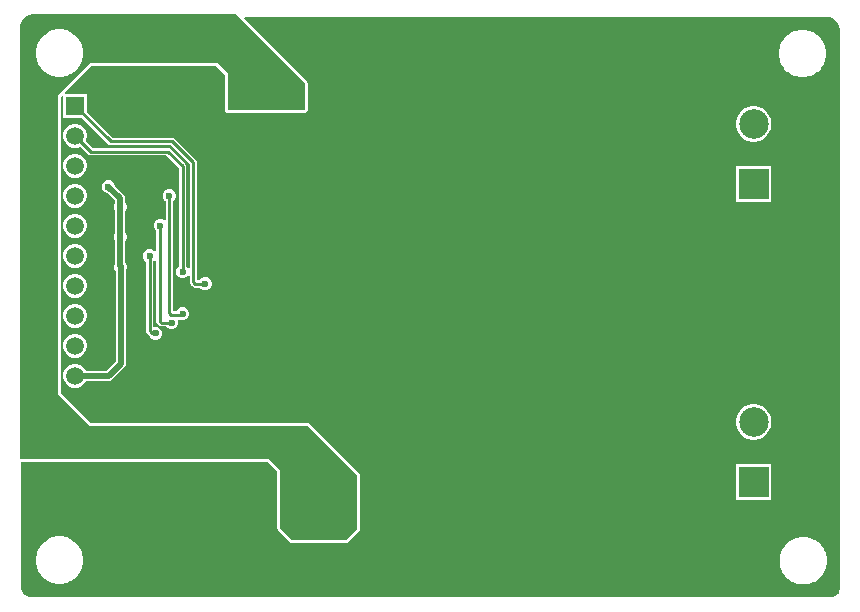
<source format=gbl>
G04*
G04 #@! TF.GenerationSoftware,Altium Limited,Altium Designer,24.10.1 (45)*
G04*
G04 Layer_Physical_Order=2*
G04 Layer_Color=16711680*
%FSLAX44Y44*%
%MOMM*%
G71*
G04*
G04 #@! TF.SameCoordinates,D9CC4E6A-2C68-4F5F-81DB-F534FF38BD19*
G04*
G04*
G04 #@! TF.FilePolarity,Positive*
G04*
G01*
G75*
%ADD14C,0.2540*%
%ADD38C,0.6000*%
%ADD44C,1.5000*%
%ADD45R,1.5000X1.5000*%
%ADD46R,2.5000X2.5000*%
%ADD47C,2.5000*%
%ADD48C,0.5080*%
G36*
X190024Y492295D02*
X190024Y492295D01*
X242651Y439668D01*
X242784Y439468D01*
X242831Y439233D01*
Y416743D01*
X242789Y416530D01*
X242576Y416488D01*
X178086D01*
X177873Y416530D01*
X177831Y416743D01*
Y447590D01*
X169068Y456353D01*
X61564D01*
X38371Y433161D01*
X33707Y428496D01*
Y427424D01*
Y176793D01*
Y175714D01*
X34473Y174954D01*
X60264Y149381D01*
X61028Y148624D01*
X62096Y148625D01*
X62096D01*
X245626Y148844D01*
X245853Y148797D01*
X245853Y148797D01*
X246045Y148669D01*
X287095Y107115D01*
X287227Y106915D01*
X287274Y106679D01*
Y61977D01*
X287227Y61741D01*
X287094Y61542D01*
X278056Y52504D01*
X277857Y52371D01*
X277621Y52324D01*
X232665D01*
X232429Y52371D01*
X232230Y52504D01*
X222430Y62304D01*
X222297Y62503D01*
X222250Y62739D01*
Y110687D01*
Y111760D01*
X213108Y120902D01*
X2361D01*
Y486916D01*
Y487967D01*
X2771Y490028D01*
X3575Y491969D01*
X4743Y493716D01*
X6229Y495202D01*
X7976Y496370D01*
X9917Y497174D01*
X11978Y497584D01*
X184735D01*
X190024Y492295D01*
D02*
G37*
G36*
X684530Y495300D02*
X685656Y495300D01*
X687864Y494861D01*
X689944Y493999D01*
X691816Y492748D01*
X693408Y491156D01*
X694659Y489284D01*
X695521Y487204D01*
X695950Y485046D01*
X695960Y483873D01*
Y483870D01*
X695960D01*
X695960Y483870D01*
X695960Y11430D01*
X695960Y10680D01*
X695667Y9207D01*
X695093Y7821D01*
X694259Y6572D01*
X693197Y5511D01*
X691949Y4677D01*
X690563Y4103D01*
X689090Y3810D01*
X688340Y3810D01*
X11699D01*
X9736Y4200D01*
X7887Y4966D01*
X6223Y6078D01*
X4808Y7493D01*
X3696Y9157D01*
X2930Y11006D01*
X2540Y12969D01*
Y13970D01*
Y118312D01*
X36268D01*
Y118310D01*
X66348D01*
Y118312D01*
X212035D01*
X219660Y110687D01*
Y62739D01*
X219710Y62489D01*
X219710Y62234D01*
X219757Y61998D01*
X219855Y61762D01*
X219857Y61748D01*
X219866Y61736D01*
X220035Y61327D01*
X220038Y61313D01*
X220046Y61300D01*
X220144Y61065D01*
X220277Y60865D01*
X220457Y60685D01*
X220599Y60472D01*
X230398Y50673D01*
X230611Y50531D01*
X230791Y50351D01*
X230991Y50218D01*
X230991Y50217D01*
X231226Y50120D01*
X231239Y50112D01*
X231253Y50109D01*
X231662Y49940D01*
X231674Y49931D01*
X231688Y49928D01*
X231924Y49831D01*
X232160Y49784D01*
X232415D01*
X232665Y49734D01*
X277621D01*
X277871Y49784D01*
X278126Y49784D01*
X278362Y49831D01*
X278598Y49928D01*
X278612Y49931D01*
X278624Y49940D01*
X279033Y50109D01*
X279047Y50112D01*
X279060Y50120D01*
X279295Y50217D01*
X279495Y50351D01*
X279675Y50531D01*
X279888Y50673D01*
X288925Y59710D01*
X289067Y59922D01*
X289247Y60103D01*
X289380Y60303D01*
X289380Y60303D01*
X289478Y60538D01*
X289486Y60551D01*
X289489Y60565D01*
X289658Y60974D01*
X289667Y60986D01*
X289669Y61000D01*
X289767Y61236D01*
X289814Y61472D01*
Y61727D01*
X289864Y61977D01*
Y106679D01*
X289814Y106929D01*
Y107184D01*
X289767Y107420D01*
X289669Y107656D01*
X289667Y107670D01*
X289659Y107682D01*
X289576Y107881D01*
X289496Y108077D01*
X289493Y108092D01*
X289485Y108104D01*
X289389Y108340D01*
X289257Y108541D01*
X289078Y108722D01*
X288937Y108935D01*
X247887Y150489D01*
X247686Y150625D01*
X247684Y150628D01*
X247684Y150628D01*
X247664Y150642D01*
X247481Y150824D01*
X247289Y150952D01*
X247069Y151043D01*
X247051Y151055D01*
X247042Y151057D01*
X246844Y151190D01*
X246618Y151235D01*
X246614Y151237D01*
X246592Y151242D01*
X246373Y151334D01*
X246147Y151381D01*
X245882Y151382D01*
X245623Y151433D01*
X62093Y151215D01*
X62087Y151220D01*
X62087Y151220D01*
X36297Y176793D01*
X36297Y176793D01*
Y427424D01*
X37301Y428428D01*
X38474Y427942D01*
Y410076D01*
X54159D01*
X76543Y387692D01*
X77551Y387019D01*
X78740Y386782D01*
X129777D01*
X145482Y371077D01*
Y283112D01*
X145084Y282901D01*
X144212Y282722D01*
X142838Y284097D01*
X142808Y284109D01*
Y368808D01*
X142571Y369997D01*
X141897Y371006D01*
X129452Y383451D01*
X128443Y384125D01*
X127254Y384362D01*
X63263D01*
X57473Y390153D01*
X57870Y390841D01*
X58554Y393394D01*
Y396038D01*
X57870Y398591D01*
X56548Y400881D01*
X54679Y402750D01*
X52389Y404072D01*
X49836Y404756D01*
X47192D01*
X44639Y404072D01*
X42349Y402750D01*
X40480Y400881D01*
X39158Y398591D01*
X38474Y396038D01*
Y393394D01*
X39158Y390841D01*
X40480Y388551D01*
X42349Y386682D01*
X44639Y385360D01*
X47192Y384676D01*
X49836D01*
X52389Y385360D01*
X53078Y385757D01*
X59778Y379057D01*
X60787Y378383D01*
X61976Y378146D01*
X125967D01*
X136592Y367521D01*
Y284109D01*
X136562Y284097D01*
X135003Y282538D01*
X134160Y280502D01*
Y278298D01*
X135003Y276262D01*
X136562Y274703D01*
X138598Y273860D01*
X140802D01*
X142838Y274703D01*
X144212Y276078D01*
X145084Y275899D01*
X145482Y275688D01*
Y270796D01*
X145719Y269607D01*
X146392Y268598D01*
X147880Y267111D01*
X148889Y266437D01*
X150078Y266200D01*
X154041D01*
X154053Y266170D01*
X155612Y264611D01*
X157648Y263768D01*
X159852D01*
X161888Y264611D01*
X163447Y266170D01*
X164290Y268206D01*
Y270410D01*
X163447Y272446D01*
X161888Y274005D01*
X159852Y274848D01*
X157648D01*
X155612Y274005D01*
X154053Y272446D01*
X154041Y272416D01*
X151698D01*
Y372364D01*
X151461Y373553D01*
X150787Y374562D01*
X133261Y392088D01*
X132253Y392761D01*
X131064Y392998D01*
X80027D01*
X58554Y414471D01*
Y430156D01*
X40688D01*
X40347Y430980D01*
X40299Y431426D01*
X62636Y453763D01*
X167995D01*
X175241Y446517D01*
Y416743D01*
X175291Y416493D01*
Y416238D01*
X175333Y416025D01*
X175431Y415789D01*
X175439Y415752D01*
X175460Y415720D01*
X175720Y415091D01*
X176435Y414377D01*
X177063Y414117D01*
X177095Y414095D01*
X177133Y414088D01*
X177368Y413990D01*
X177581Y413948D01*
X177836D01*
X178086Y413898D01*
X242576D01*
X242826Y413948D01*
X243081D01*
X243294Y413990D01*
X243530Y414088D01*
X243567Y414095D01*
X243599Y414116D01*
X244228Y414377D01*
X244942Y415091D01*
X245203Y415720D01*
X245224Y415752D01*
X245231Y415789D01*
X245329Y416025D01*
X245371Y416238D01*
Y416493D01*
X245421Y416743D01*
Y439233D01*
X245371Y439483D01*
X245371Y439738D01*
X245324Y439974D01*
X245227Y440209D01*
X245224Y440224D01*
X245216Y440236D01*
X245047Y440645D01*
X245044Y440659D01*
X245035Y440672D01*
X244938Y440907D01*
X244804Y441107D01*
X244624Y441287D01*
X244482Y441499D01*
X191952Y494030D01*
X192000Y494476D01*
X192341Y495300D01*
X684530Y495300D01*
D02*
G37*
%LPC*%
G36*
X37079Y484734D02*
X33632D01*
X33382Y484685D01*
X33126D01*
X29746Y484012D01*
X29510Y483914D01*
X29260Y483865D01*
X26075Y482546D01*
X25863Y482404D01*
X25627Y482306D01*
X22761Y480391D01*
X22581Y480211D01*
X22369Y480069D01*
X19931Y477631D01*
X19789Y477419D01*
X19609Y477239D01*
X17694Y474373D01*
X17596Y474137D01*
X17454Y473925D01*
X16135Y470740D01*
X16085Y470490D01*
X15988Y470254D01*
X15315Y466874D01*
Y466618D01*
X15266Y466368D01*
Y462921D01*
X15315Y462671D01*
Y462416D01*
X15988Y459035D01*
X16085Y458799D01*
X16135Y458549D01*
X17454Y455364D01*
X17596Y455152D01*
X17694Y454916D01*
X19609Y452050D01*
X19789Y451870D01*
X19931Y451658D01*
X22369Y449220D01*
X22581Y449079D01*
X22761Y448898D01*
X25627Y446983D01*
X25863Y446885D01*
X26075Y446744D01*
X29260Y445424D01*
X29510Y445375D01*
X29746Y445277D01*
X33126Y444605D01*
X33382D01*
X33632Y444555D01*
X37079D01*
X37329Y444605D01*
X37584D01*
X40965Y445277D01*
X41201Y445375D01*
X41451Y445424D01*
X44636Y446744D01*
X44848Y446885D01*
X45083Y446983D01*
X47950Y448898D01*
X48130Y449079D01*
X48342Y449220D01*
X50780Y451658D01*
X50921Y451870D01*
X51102Y452050D01*
X53017Y454916D01*
X53115Y455152D01*
X53256Y455364D01*
X54576Y458549D01*
X54625Y458799D01*
X54723Y459035D01*
X55395Y462416D01*
Y462671D01*
X55445Y462921D01*
Y466368D01*
X55395Y466618D01*
Y466874D01*
X54723Y470254D01*
X54625Y470490D01*
X54576Y470740D01*
X53256Y473925D01*
X53115Y474137D01*
X53017Y474373D01*
X51102Y477239D01*
X50921Y477419D01*
X50780Y477631D01*
X48342Y480069D01*
X48130Y480211D01*
X47950Y480391D01*
X45083Y482306D01*
X44848Y482404D01*
X44636Y482546D01*
X41451Y483865D01*
X41201Y483914D01*
X40965Y484012D01*
X37584Y484685D01*
X37329D01*
X37079Y484734D01*
D02*
G37*
G36*
X666094Y484436D02*
X662647D01*
X662397Y484387D01*
X662142D01*
X658761Y483714D01*
X658525Y483617D01*
X658275Y483567D01*
X655090Y482248D01*
X654878Y482106D01*
X654642Y482008D01*
X651776Y480093D01*
X651596Y479913D01*
X651384Y479771D01*
X648946Y477334D01*
X648804Y477122D01*
X648624Y476941D01*
X646709Y474075D01*
X646611Y473839D01*
X646469Y473627D01*
X645150Y470442D01*
X645101Y470192D01*
X645003Y469957D01*
X644331Y466576D01*
Y466320D01*
X644281Y466070D01*
Y462623D01*
X644331Y462373D01*
Y462118D01*
X645003Y458737D01*
X645101Y458501D01*
X645150Y458251D01*
X646469Y455066D01*
X646611Y454854D01*
X646709Y454619D01*
X648624Y451752D01*
X648804Y451572D01*
X648946Y451360D01*
X651384Y448922D01*
X651596Y448781D01*
X651776Y448600D01*
X654642Y446685D01*
X654878Y446587D01*
X655090Y446446D01*
X658275Y445127D01*
X658525Y445077D01*
X658761Y444979D01*
X662142Y444307D01*
X662397D01*
X662647Y444257D01*
X666094D01*
X666344Y444307D01*
X666599D01*
X669980Y444979D01*
X670216Y445077D01*
X670466Y445127D01*
X673651Y446446D01*
X673863Y446587D01*
X674099Y446685D01*
X676965Y448600D01*
X677145Y448781D01*
X677357Y448922D01*
X679795Y451360D01*
X679937Y451572D01*
X680117Y451752D01*
X682032Y454619D01*
X682130Y454854D01*
X682271Y455066D01*
X683591Y458251D01*
X683640Y458501D01*
X683738Y458737D01*
X684410Y462118D01*
Y462373D01*
X684460Y462623D01*
Y466070D01*
X684410Y466320D01*
Y466576D01*
X683738Y469957D01*
X683640Y470192D01*
X683591Y470442D01*
X682271Y473627D01*
X682130Y473839D01*
X682032Y474075D01*
X680117Y476941D01*
X679937Y477122D01*
X679795Y477334D01*
X677357Y479771D01*
X677145Y479913D01*
X676965Y480093D01*
X674099Y482008D01*
X673863Y482106D01*
X673651Y482248D01*
X670466Y483567D01*
X670216Y483617D01*
X669980Y483714D01*
X666599Y484387D01*
X666344D01*
X666094Y484436D01*
D02*
G37*
G36*
X624543Y419662D02*
X621581D01*
X618675Y419084D01*
X615938Y417950D01*
X613475Y416304D01*
X611380Y414209D01*
X609734Y411746D01*
X608600Y409009D01*
X608022Y406103D01*
Y403141D01*
X608600Y400235D01*
X609734Y397498D01*
X611380Y395035D01*
X613475Y392940D01*
X615938Y391294D01*
X618675Y390160D01*
X621581Y389582D01*
X624543D01*
X627449Y390160D01*
X630186Y391294D01*
X632649Y392940D01*
X634744Y395035D01*
X636390Y397498D01*
X637524Y400235D01*
X638102Y403141D01*
Y406103D01*
X637524Y409009D01*
X636390Y411746D01*
X634744Y414209D01*
X632649Y416304D01*
X630186Y417950D01*
X627449Y419084D01*
X624543Y419662D01*
D02*
G37*
G36*
X49836Y379356D02*
X47192D01*
X44639Y378672D01*
X42349Y377350D01*
X40480Y375481D01*
X39158Y373191D01*
X38474Y370638D01*
Y367994D01*
X39158Y365441D01*
X40480Y363151D01*
X42349Y361282D01*
X44639Y359960D01*
X47192Y359276D01*
X49836D01*
X52389Y359960D01*
X54679Y361282D01*
X56548Y363151D01*
X57870Y365441D01*
X58554Y367994D01*
Y370638D01*
X57870Y373191D01*
X56548Y375481D01*
X54679Y377350D01*
X52389Y378672D01*
X49836Y379356D01*
D02*
G37*
G36*
X638102Y368862D02*
X608022D01*
Y338782D01*
X638102D01*
Y368862D01*
D02*
G37*
G36*
X49836Y353956D02*
X47192D01*
X44639Y353272D01*
X42349Y351950D01*
X40480Y350081D01*
X39158Y347791D01*
X38474Y345238D01*
Y342594D01*
X39158Y340041D01*
X40480Y337751D01*
X42349Y335882D01*
X44639Y334560D01*
X47192Y333876D01*
X49836D01*
X52389Y334560D01*
X54679Y335882D01*
X56548Y337751D01*
X57870Y340041D01*
X58554Y342594D01*
Y345238D01*
X57870Y347791D01*
X56548Y350081D01*
X54679Y351950D01*
X52389Y353272D01*
X49836Y353956D01*
D02*
G37*
G36*
X129372Y349302D02*
X127168D01*
X125132Y348459D01*
X123573Y346900D01*
X122730Y344864D01*
Y342660D01*
X123573Y340624D01*
X125132Y339066D01*
X125162Y339053D01*
Y323498D01*
X123989Y323012D01*
X123788Y323213D01*
X121752Y324056D01*
X119548D01*
X117512Y323213D01*
X115953Y321654D01*
X115110Y319618D01*
Y317414D01*
X115953Y315378D01*
X117082Y314249D01*
Y297171D01*
X115812Y296644D01*
X114898Y297559D01*
X112862Y298402D01*
X110658D01*
X108622Y297559D01*
X107063Y296000D01*
X106220Y293964D01*
Y291760D01*
X107063Y289724D01*
X108622Y288165D01*
X108652Y288153D01*
Y229777D01*
X108889Y228587D01*
X109563Y227579D01*
X111347Y225795D01*
X111530Y225672D01*
X112143Y224192D01*
X113702Y222633D01*
X115738Y221790D01*
X117942D01*
X119978Y222633D01*
X121537Y224192D01*
X122380Y226228D01*
Y228432D01*
X121537Y230468D01*
X119978Y232027D01*
X117942Y232870D01*
X115738D01*
X114868Y233451D01*
Y288153D01*
X114898Y288165D01*
X115812Y289080D01*
X117082Y288554D01*
Y237851D01*
X117319Y236662D01*
X117992Y235653D01*
X119480Y234165D01*
X120489Y233492D01*
X121678Y233255D01*
X125593D01*
X125605Y233225D01*
X127164Y231666D01*
X129200Y230823D01*
X131404D01*
X133440Y231666D01*
X134999Y233225D01*
X135842Y235261D01*
Y237465D01*
X135416Y238493D01*
X136493Y239212D01*
X136562Y239143D01*
X138598Y238300D01*
X140802D01*
X142838Y239143D01*
X144397Y240702D01*
X145240Y242738D01*
Y244942D01*
X144397Y246978D01*
X142838Y248537D01*
X140802Y249380D01*
X138598D01*
X136562Y248537D01*
X135003Y246978D01*
X134785Y246450D01*
X131378D01*
Y339053D01*
X131408Y339066D01*
X132967Y340624D01*
X133810Y342660D01*
Y344864D01*
X132967Y346900D01*
X131408Y348459D01*
X129372Y349302D01*
D02*
G37*
G36*
X49836Y328556D02*
X47192D01*
X44639Y327872D01*
X42349Y326550D01*
X40480Y324681D01*
X39158Y322391D01*
X38474Y319838D01*
Y317194D01*
X39158Y314641D01*
X40480Y312351D01*
X42349Y310482D01*
X44639Y309160D01*
X47192Y308476D01*
X49836D01*
X52389Y309160D01*
X54679Y310482D01*
X56548Y312351D01*
X57870Y314641D01*
X58554Y317194D01*
Y319838D01*
X57870Y322391D01*
X56548Y324681D01*
X54679Y326550D01*
X52389Y327872D01*
X49836Y328556D01*
D02*
G37*
G36*
Y303156D02*
X47192D01*
X44639Y302472D01*
X42349Y301150D01*
X40480Y299281D01*
X39158Y296991D01*
X38474Y294438D01*
Y291794D01*
X39158Y289241D01*
X40480Y286951D01*
X42349Y285082D01*
X44639Y283760D01*
X47192Y283076D01*
X49836D01*
X52389Y283760D01*
X54679Y285082D01*
X56548Y286951D01*
X57870Y289241D01*
X58554Y291794D01*
Y294438D01*
X57870Y296991D01*
X56548Y299281D01*
X54679Y301150D01*
X52389Y302472D01*
X49836Y303156D01*
D02*
G37*
G36*
Y277756D02*
X47192D01*
X44639Y277072D01*
X42349Y275750D01*
X40480Y273881D01*
X39158Y271591D01*
X38474Y269038D01*
Y266394D01*
X39158Y263841D01*
X40480Y261551D01*
X42349Y259682D01*
X44639Y258360D01*
X47192Y257676D01*
X49836D01*
X52389Y258360D01*
X54679Y259682D01*
X56548Y261551D01*
X57870Y263841D01*
X58554Y266394D01*
Y269038D01*
X57870Y271591D01*
X56548Y273881D01*
X54679Y275750D01*
X52389Y277072D01*
X49836Y277756D01*
D02*
G37*
G36*
Y252356D02*
X47192D01*
X44639Y251672D01*
X42349Y250350D01*
X40480Y248481D01*
X39158Y246191D01*
X38474Y243638D01*
Y240994D01*
X39158Y238441D01*
X40480Y236151D01*
X42349Y234282D01*
X44639Y232960D01*
X47192Y232276D01*
X49836D01*
X52389Y232960D01*
X54679Y234282D01*
X56548Y236151D01*
X57870Y238441D01*
X58554Y240994D01*
Y243638D01*
X57870Y246191D01*
X56548Y248481D01*
X54679Y250350D01*
X52389Y251672D01*
X49836Y252356D01*
D02*
G37*
G36*
Y226956D02*
X47192D01*
X44639Y226272D01*
X42349Y224950D01*
X40480Y223081D01*
X39158Y220791D01*
X38474Y218238D01*
Y215594D01*
X39158Y213041D01*
X40480Y210751D01*
X42349Y208882D01*
X44639Y207560D01*
X47192Y206876D01*
X49836D01*
X52389Y207560D01*
X54679Y208882D01*
X56548Y210751D01*
X57870Y213041D01*
X58554Y215594D01*
Y218238D01*
X57870Y220791D01*
X56548Y223081D01*
X54679Y224950D01*
X52389Y226272D01*
X49836Y226956D01*
D02*
G37*
G36*
X77890Y356956D02*
X75686D01*
X73650Y356113D01*
X72091Y354554D01*
X71248Y352518D01*
Y350314D01*
X72091Y348278D01*
X73650Y346719D01*
X75686Y345876D01*
X76102D01*
X82133Y339845D01*
Y337665D01*
X82015Y337547D01*
X81171Y335511D01*
Y333307D01*
X82015Y331271D01*
X82309Y330977D01*
Y312441D01*
X82015Y312147D01*
X81171Y310111D01*
Y307907D01*
X82015Y305871D01*
X82309Y305577D01*
Y286231D01*
X81679Y284711D01*
Y282507D01*
X82523Y280471D01*
X82817Y280177D01*
Y203597D01*
X75138Y195919D01*
X57565D01*
X56548Y197681D01*
X54679Y199550D01*
X52389Y200872D01*
X49836Y201556D01*
X47192D01*
X44639Y200872D01*
X42349Y199550D01*
X40480Y197681D01*
X39158Y195391D01*
X38474Y192838D01*
Y190194D01*
X39158Y187641D01*
X40480Y185351D01*
X42349Y183482D01*
X44639Y182160D01*
X47192Y181476D01*
X49836D01*
X52389Y182160D01*
X54679Y183482D01*
X56548Y185351D01*
X57565Y187113D01*
X76962D01*
X78647Y187449D01*
X80075Y188403D01*
X90332Y198660D01*
X91287Y200089D01*
X91622Y201773D01*
Y280177D01*
X91916Y280471D01*
X92759Y282507D01*
Y284711D01*
X91916Y286747D01*
X91114Y287549D01*
Y305577D01*
X91408Y305871D01*
X92251Y307907D01*
Y310111D01*
X91408Y312147D01*
X91114Y312441D01*
Y330977D01*
X91408Y331271D01*
X92251Y333307D01*
Y335511D01*
X91408Y337547D01*
X90938Y338018D01*
Y341669D01*
X90603Y343353D01*
X89649Y344782D01*
X82328Y352102D01*
Y352518D01*
X81485Y354554D01*
X79926Y356113D01*
X77890Y356956D01*
D02*
G37*
G36*
X624543Y167440D02*
X621581D01*
X618675Y166862D01*
X615938Y165728D01*
X613475Y164082D01*
X611380Y161987D01*
X609734Y159524D01*
X608600Y156787D01*
X608022Y153881D01*
Y150919D01*
X608600Y148013D01*
X609734Y145276D01*
X611380Y142813D01*
X613475Y140718D01*
X615938Y139072D01*
X618675Y137938D01*
X621581Y137360D01*
X624543D01*
X627449Y137938D01*
X630186Y139072D01*
X632649Y140718D01*
X634744Y142813D01*
X636390Y145276D01*
X637524Y148013D01*
X638102Y150919D01*
Y153881D01*
X637524Y156787D01*
X636390Y159524D01*
X634744Y161987D01*
X632649Y164082D01*
X630186Y165728D01*
X627449Y166862D01*
X624543Y167440D01*
D02*
G37*
G36*
X638102Y116640D02*
X608022D01*
Y86560D01*
X638102D01*
Y116640D01*
D02*
G37*
G36*
X37080Y55446D02*
X33632D01*
X33382Y55396D01*
X33127D01*
X29746Y54723D01*
X29510Y54626D01*
X29260Y54576D01*
X26075Y53257D01*
X25863Y53115D01*
X25628Y53017D01*
X22761Y51102D01*
X22581Y50922D01*
X22369Y50780D01*
X19931Y48343D01*
X19790Y48131D01*
X19609Y47950D01*
X17694Y45084D01*
X17597Y44848D01*
X17455Y44636D01*
X16136Y41452D01*
X16086Y41201D01*
X15988Y40966D01*
X15316Y37585D01*
Y37330D01*
X15266Y37080D01*
Y33632D01*
X15316Y33382D01*
Y33127D01*
X15988Y29746D01*
X16086Y29510D01*
X16136Y29260D01*
X17455Y26075D01*
X17597Y25863D01*
X17694Y25628D01*
X19609Y22761D01*
X19790Y22581D01*
X19931Y22369D01*
X22369Y19931D01*
X22581Y19790D01*
X22761Y19609D01*
X25628Y17694D01*
X25863Y17597D01*
X26075Y17455D01*
X29260Y16136D01*
X29510Y16086D01*
X29746Y15988D01*
X33127Y15316D01*
X33382D01*
X33632Y15266D01*
X37080D01*
X37330Y15316D01*
X37585D01*
X40966Y15988D01*
X41201Y16086D01*
X41452Y16136D01*
X44636Y17455D01*
X44848Y17597D01*
X45084Y17694D01*
X47950Y19609D01*
X48131Y19790D01*
X48343Y19931D01*
X50780Y22369D01*
X50922Y22581D01*
X51102Y22761D01*
X53017Y25628D01*
X53115Y25863D01*
X53257Y26075D01*
X54576Y29260D01*
X54626Y29510D01*
X54723Y29746D01*
X55396Y33127D01*
Y33382D01*
X55446Y33632D01*
Y37080D01*
X55396Y37330D01*
Y37585D01*
X54723Y40966D01*
X54626Y41201D01*
X54576Y41452D01*
X53257Y44636D01*
X53115Y44848D01*
X53017Y45084D01*
X51102Y47950D01*
X50922Y48131D01*
X50780Y48343D01*
X48343Y50780D01*
X48131Y50922D01*
X47950Y51102D01*
X45084Y53017D01*
X44848Y53115D01*
X44636Y53257D01*
X41452Y54576D01*
X41201Y54626D01*
X40966Y54723D01*
X37585Y55396D01*
X37330D01*
X37080Y55446D01*
D02*
G37*
G36*
X666838Y54999D02*
X663391D01*
X663141Y54949D01*
X662886D01*
X659505Y54277D01*
X659269Y54179D01*
X659019Y54130D01*
X655834Y52810D01*
X655622Y52669D01*
X655386Y52571D01*
X652520Y50656D01*
X652340Y50476D01*
X652128Y50334D01*
X649690Y47896D01*
X649548Y47684D01*
X649368Y47504D01*
X647453Y44638D01*
X647355Y44402D01*
X647214Y44190D01*
X645894Y41005D01*
X645845Y40755D01*
X645747Y40519D01*
X645075Y37138D01*
Y36883D01*
X645025Y36633D01*
Y33186D01*
X645075Y32936D01*
Y32681D01*
X645747Y29300D01*
X645845Y29064D01*
X645894Y28814D01*
X647214Y25629D01*
X647355Y25417D01*
X647453Y25181D01*
X649368Y22315D01*
X649548Y22135D01*
X649690Y21923D01*
X652128Y19485D01*
X652340Y19343D01*
X652520Y19163D01*
X655386Y17248D01*
X655622Y17150D01*
X655834Y17009D01*
X659019Y15689D01*
X659269Y15640D01*
X659505Y15542D01*
X662886Y14870D01*
X663141D01*
X663391Y14820D01*
X666838D01*
X667088Y14870D01*
X667343D01*
X670724Y15542D01*
X670960Y15640D01*
X671210Y15689D01*
X674395Y17009D01*
X674607Y17150D01*
X674843Y17248D01*
X677709Y19163D01*
X677889Y19343D01*
X678101Y19485D01*
X680539Y21923D01*
X680681Y22135D01*
X680861Y22315D01*
X682776Y25181D01*
X682874Y25417D01*
X683015Y25629D01*
X684335Y28814D01*
X684384Y29064D01*
X684482Y29300D01*
X685154Y32681D01*
Y32936D01*
X685204Y33186D01*
Y36633D01*
X685154Y36883D01*
Y37138D01*
X684482Y40519D01*
X684384Y40755D01*
X684335Y41005D01*
X683015Y44190D01*
X682874Y44402D01*
X682776Y44638D01*
X680861Y47504D01*
X680681Y47684D01*
X680539Y47896D01*
X678101Y50334D01*
X677889Y50476D01*
X677709Y50656D01*
X674843Y52571D01*
X674607Y52669D01*
X674395Y52810D01*
X671210Y54130D01*
X670960Y54179D01*
X670724Y54277D01*
X667343Y54949D01*
X667088D01*
X666838Y54999D01*
D02*
G37*
%LPD*%
D14*
X48514Y420116D02*
X78740Y389890D01*
X131064D02*
X148590Y372364D01*
X78740Y389890D02*
X131064D01*
X148590Y270796D02*
Y372364D01*
X61976Y381254D02*
X127254D01*
X139700Y368808D01*
Y279400D02*
Y368808D01*
X48514Y394716D02*
X61976Y381254D01*
X41656Y394716D02*
X48514D01*
X116178Y227992D02*
X116840Y227330D01*
X111760Y229777D02*
X113545Y227992D01*
X116178D01*
X111760Y229777D02*
Y292100D01*
X120190Y237851D02*
X121678Y236363D01*
X130302D01*
X120190Y237851D02*
Y317040D01*
X120650Y317500D01*
X128270Y244830D02*
X129758Y243342D01*
X139202D01*
X128270Y244830D02*
Y343762D01*
X139202Y243342D02*
X139700Y243840D01*
X150078Y269308D02*
X158750D01*
X148590Y270796D02*
X150078Y269308D01*
D38*
X235936Y70034D02*
D03*
X255357D02*
D03*
X275268D02*
D03*
X274617Y93034D02*
D03*
X254706D02*
D03*
X235285D02*
D03*
X229657Y135382D02*
D03*
X207411D02*
D03*
X244799Y125222D02*
D03*
X185166Y135128D02*
D03*
X140675D02*
D03*
X162921D02*
D03*
X118430Y134874D02*
D03*
X73939D02*
D03*
X96184D02*
D03*
X195348Y328847D02*
D03*
X182140D02*
D03*
X185166Y180466D02*
D03*
X196168D02*
D03*
X234879Y328847D02*
D03*
X217080D02*
D03*
X251262Y184087D02*
D03*
X234233D02*
D03*
X234879Y344864D02*
D03*
X217080D02*
D03*
X181483D02*
D03*
X199282D02*
D03*
X250616Y169418D02*
D03*
X217850Y184087D02*
D03*
X217204Y169418D02*
D03*
X234233D02*
D03*
X611483Y10922D02*
D03*
X591257D02*
D03*
X571031D02*
D03*
X550805Y10922D02*
D03*
X530578D02*
D03*
X510352D02*
D03*
X490126D02*
D03*
X469900D02*
D03*
X450596D02*
D03*
X430370D02*
D03*
X410144D02*
D03*
X389917D02*
D03*
X369691D02*
D03*
X349465Y10922D02*
D03*
X329239D02*
D03*
X309013D02*
D03*
Y27940D02*
D03*
Y44450D02*
D03*
Y64676D02*
D03*
Y84902D02*
D03*
X288787Y10922D02*
D03*
X269483D02*
D03*
X249256D02*
D03*
X229030D02*
D03*
X208804D02*
D03*
X188578D02*
D03*
X168352Y10922D02*
D03*
X148126D02*
D03*
X127899D02*
D03*
X107673D02*
D03*
X87447Y10922D02*
D03*
X67221D02*
D03*
X692658Y71964D02*
D03*
Y92191D02*
D03*
Y112417D02*
D03*
Y132643D02*
D03*
Y152869D02*
D03*
Y173095D02*
D03*
Y193321D02*
D03*
Y213548D02*
D03*
Y233774D02*
D03*
Y254000D02*
D03*
Y274226D02*
D03*
X692658Y294452D02*
D03*
Y314678D02*
D03*
Y334905D02*
D03*
Y355131D02*
D03*
Y375357D02*
D03*
Y395583D02*
D03*
Y415809D02*
D03*
X610590Y490982D02*
D03*
X590364D02*
D03*
X570138D02*
D03*
X549912Y490982D02*
D03*
X529686D02*
D03*
X509459D02*
D03*
X489233D02*
D03*
X469007D02*
D03*
X449703D02*
D03*
X429477D02*
D03*
X409251D02*
D03*
X389025D02*
D03*
X368798D02*
D03*
X348572Y490982D02*
D03*
X328346D02*
D03*
X308120D02*
D03*
Y473456D02*
D03*
Y454754D02*
D03*
Y435798D02*
D03*
Y418111D02*
D03*
X225044Y443738D02*
D03*
X206756D02*
D03*
X188976D02*
D03*
X198882Y460756D02*
D03*
X136454Y443992D02*
D03*
X115570D02*
D03*
X94686D02*
D03*
X94559Y408432D02*
D03*
X115443D02*
D03*
X136327D02*
D03*
X536194Y148336D02*
D03*
Y104394D02*
D03*
X535432Y357632D02*
D03*
Y401574D02*
D03*
X314454Y406201D02*
D03*
Y395660D02*
D03*
X314315Y335649D02*
D03*
X173594Y70034D02*
D03*
Y93034D02*
D03*
X152710D02*
D03*
Y70034D02*
D03*
X131826D02*
D03*
Y93034D02*
D03*
X314198Y171341D02*
D03*
X314452Y111125D02*
D03*
Y100584D02*
D03*
X17454Y380492D02*
D03*
Y404876D02*
D03*
X184735Y478028D02*
D03*
X162814D02*
D03*
X140208D02*
D03*
X117348Y477419D02*
D03*
X94742D02*
D03*
X69088Y477019D02*
D03*
X17855Y433971D02*
D03*
X16002Y355346D02*
D03*
Y330454D02*
D03*
Y304844D02*
D03*
Y278892D02*
D03*
Y254508D02*
D03*
Y229108D02*
D03*
X16256Y201930D02*
D03*
X16764Y149872D02*
D03*
X27178Y166370D02*
D03*
Y149872D02*
D03*
Y133375D02*
D03*
X16764Y166370D02*
D03*
Y133375D02*
D03*
X76788Y351416D02*
D03*
X87219Y283609D02*
D03*
X86711Y309009D02*
D03*
Y334409D02*
D03*
X111760Y292862D02*
D03*
X120650Y318516D02*
D03*
X128270Y343762D02*
D03*
X116840Y227330D02*
D03*
X130302Y236363D02*
D03*
X139700Y243840D02*
D03*
Y279400D02*
D03*
X158750Y269308D02*
D03*
X241300Y297180D02*
D03*
X256730D02*
D03*
X241300Y209550D02*
D03*
X256730D02*
D03*
X241300Y222250D02*
D03*
X271780D02*
D03*
X256730D02*
D03*
X241300Y284480D02*
D03*
X271780D02*
D03*
X256730D02*
D03*
Y270564D02*
D03*
Y236812D02*
D03*
X271780Y254510D02*
D03*
X241300D02*
D03*
X414020Y254000D02*
D03*
X434246D02*
D03*
X454472D02*
D03*
X474698D02*
D03*
X494925D02*
D03*
X515151D02*
D03*
X535377D02*
D03*
X555603D02*
D03*
X575829D02*
D03*
X596056Y254000D02*
D03*
X616282D02*
D03*
X636508D02*
D03*
X656734D02*
D03*
X676960D02*
D03*
X651578Y127000D02*
D03*
X631352D02*
D03*
X611126D02*
D03*
X590900D02*
D03*
X570674D02*
D03*
X650308Y379222D02*
D03*
X630082D02*
D03*
X609856D02*
D03*
X589630D02*
D03*
X569404D02*
D03*
X470277Y101600D02*
D03*
Y83185D02*
D03*
X470277Y64770D02*
D03*
Y46355D02*
D03*
X469900Y27940D02*
D03*
X470277Y222250D02*
D03*
Y203835D02*
D03*
X470277Y185420D02*
D03*
Y167005D02*
D03*
X469900Y148590D02*
D03*
X469384Y355042D02*
D03*
Y336627D02*
D03*
X469384Y318212D02*
D03*
Y299797D02*
D03*
X469007Y281382D02*
D03*
X468630Y401320D02*
D03*
X469007Y419735D02*
D03*
Y438150D02*
D03*
X469007Y456565D02*
D03*
Y474980D02*
D03*
X174580Y206618D02*
D03*
X121111Y211756D02*
D03*
X363728Y195512D02*
D03*
Y180162D02*
D03*
Y165626D02*
D03*
Y151420D02*
D03*
Y136218D02*
D03*
X550447Y127000D02*
D03*
X530221D02*
D03*
X509995D02*
D03*
X489769D02*
D03*
X469543D02*
D03*
X449316D02*
D03*
X429090D02*
D03*
X408864D02*
D03*
X388638D02*
D03*
X387368Y380020D02*
D03*
X407594D02*
D03*
X427820D02*
D03*
X448046D02*
D03*
X468273D02*
D03*
X488499D02*
D03*
X508725D02*
D03*
X528951D02*
D03*
X549177D02*
D03*
X363728Y370802D02*
D03*
Y355600D02*
D03*
Y341394D02*
D03*
Y326858D02*
D03*
Y311508D02*
D03*
X358394Y209296D02*
D03*
X312674Y234010D02*
D03*
Y273010D02*
D03*
X358394Y297724D02*
D03*
X271780Y270564D02*
D03*
X256730Y254510D02*
D03*
X241300Y270564D02*
D03*
X271780Y236812D02*
D03*
X241300D02*
D03*
D44*
X48514Y242316D02*
D03*
Y267716D02*
D03*
Y394716D02*
D03*
Y369316D02*
D03*
Y343916D02*
D03*
Y318516D02*
D03*
Y293116D02*
D03*
Y191516D02*
D03*
Y216916D02*
D03*
D45*
Y420116D02*
D03*
D46*
X51308Y133350D02*
D03*
X623062Y101600D02*
D03*
Y353822D02*
D03*
D47*
X51308Y82550D02*
D03*
X623062Y152400D02*
D03*
Y404622D02*
D03*
D48*
X48514Y191516D02*
X76962D01*
X87219Y201773D02*
Y283609D01*
X76962Y191516D02*
X87219Y201773D01*
X86711Y309009D02*
Y334409D01*
Y284366D02*
Y309009D01*
Y284366D02*
X87219Y283858D01*
Y283609D02*
Y283858D01*
X86535Y334585D02*
Y341669D01*
X76788Y351416D02*
X86535Y341669D01*
Y334585D02*
X86711Y334409D01*
M02*

</source>
